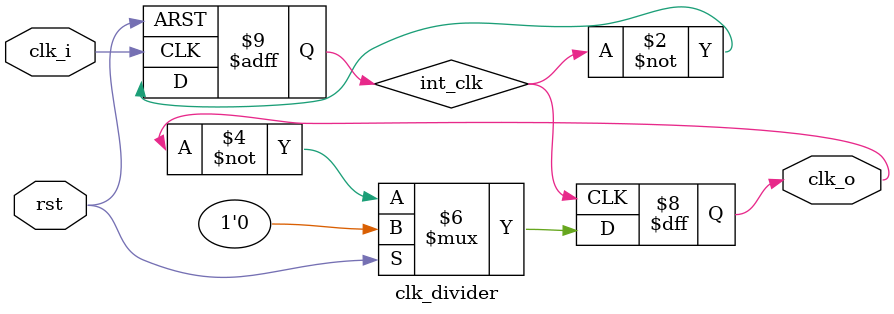
<source format=v>

`timescale 1ns / 1ps

module clk_divider(rst, clk_i, clk_o);

input rst;
input wire clk_i;
output reg clk_o;

reg  int_clk;


always @(posedge clk_i or posedge rst) begin
 if (rst) begin
   int_clk = 1; 
 end else begin
   int_clk = ~int_clk;
 end
end

always @(posedge int_clk) begin
  if (rst) begin
    clk_o = 0;
  end else begin
    clk_o = ~clk_o; 
  end
end


endmodule

</source>
